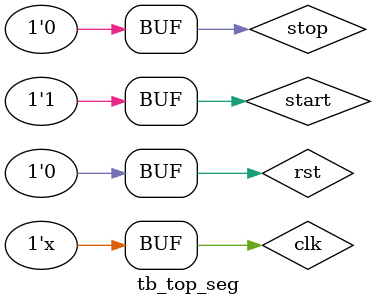
<source format=v>
`timescale 1ns / 1ps

module tb_top_seg;                                          //regÇü½Ä°ú wireÇü½ÄÀ¸·Î input, outputÀ» ¿¬°áÇÑ´Ù.
    reg   clk, rst, start, stop;
    wire  [1:0]   seg_en;
    wire  [6:0]   seg_ab;
    wire  [6:0]   seg_cd;
    
    top_seg UUT(clk,rst,start,stop,seg_en,seg_ab,seg_cd);   //uut·Î top_seg¸¦ ºÒ·¯¿Â´Ù.
    
    always #4 clk=~clk;                                     // freq 125Mhz
    
    initial begin                                           // º¯¼ö¸£ ¹Ù²ã°¡¸ç Ãâ·Â ÃøÁ¤
                clk=0;  rst=1;  start=0; stop=0;
        #3              rst=0;  start=1; stop=0;
    end 
    
endmodule

</source>
